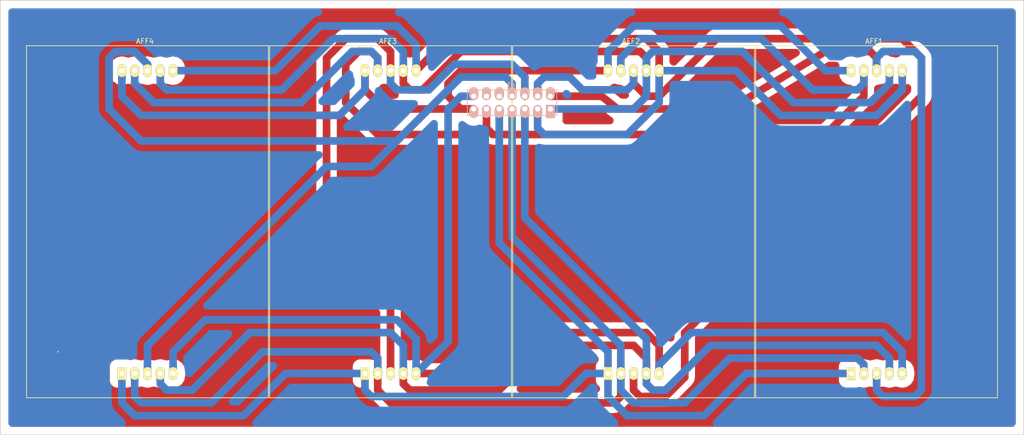
<source format=kicad_pcb>
(kicad_pcb (version 3) (host pcbnew "(2013-mar-13)-testing")

  (general
    (links 40)
    (no_connects 0)
    (area 35.484999 21.514999 238.835001 108.025001)
    (thickness 1.6)
    (drawings 5)
    (tracks 236)
    (zones 0)
    (modules 5)
    (nets 15)
  )

  (page A4)
  (title_block
    (title 7segled)
    (date "23 Nov 2013")
  )

  (layers
    (15 F.Cu signal)
    (0 B.Cu signal)
    (16 B.Adhes user)
    (17 F.Adhes user)
    (18 B.Paste user)
    (19 F.Paste user)
    (20 B.SilkS user)
    (21 F.SilkS user)
    (22 B.Mask user)
    (23 F.Mask user)
    (24 Dwgs.User user)
    (25 Cmts.User user)
    (26 Eco1.User user)
    (27 Eco2.User user)
    (28 Edge.Cuts user)
  )

  (setup
    (last_trace_width 1.524)
    (trace_clearance 0.762)
    (zone_clearance 1.524)
    (zone_45_only no)
    (trace_min 0.254)
    (segment_width 0.2)
    (edge_width 0.15)
    (via_size 2.032)
    (via_drill 0.889)
    (via_min_size 0.889)
    (via_min_drill 0.508)
    (uvia_size 0.508)
    (uvia_drill 0.127)
    (uvias_allowed no)
    (uvia_min_size 0.508)
    (uvia_min_drill 0.127)
    (pcb_text_width 0.3)
    (pcb_text_size 1 1)
    (mod_edge_width 0.15)
    (mod_text_size 1 1)
    (mod_text_width 0.15)
    (pad_size 1.778 2.54)
    (pad_drill 1.016)
    (pad_to_mask_clearance 0)
    (aux_axis_origin 25.4 113.03)
    (visible_elements FFFFEF7F)
    (pcbplotparams
      (layerselection 283148289)
      (usegerberextensions true)
      (excludeedgelayer false)
      (linewidth 0.150000)
      (plotframeref true)
      (viasonmask false)
      (mode 1)
      (useauxorigin false)
      (hpglpennumber 1)
      (hpglpenspeed 20)
      (hpglpendiameter 15)
      (hpglpenoverlay 2)
      (psnegative false)
      (psa4output false)
      (plotreference true)
      (plotvalue true)
      (plotothertext false)
      (plotinvisibletext false)
      (padsonsilk false)
      (subtractmaskfromsilk true)
      (outputformat 1)
      (mirror false)
      (drillshape 0)
      (scaleselection 1)
      (outputdirectory gerber/))
  )

  (net 0 "")
  (net 1 /a)
  (net 2 /b)
  (net 3 /bank1)
  (net 4 /bank2)
  (net 5 /bank3)
  (net 6 /bank4)
  (net 7 /c)
  (net 8 /d)
  (net 9 /e)
  (net 10 /f)
  (net 11 /g)
  (net 12 /p)
  (net 13 N-000001)
  (net 14 N-0000014)

  (net_class Default "This is the default net class."
    (clearance 0.762)
    (trace_width 1.524)
    (via_dia 2.032)
    (via_drill 0.889)
    (uvia_dia 0.508)
    (uvia_drill 0.127)
    (add_net "")
    (add_net /a)
    (add_net /b)
    (add_net /bank1)
    (add_net /bank2)
    (add_net /bank3)
    (add_net /bank4)
    (add_net /c)
    (add_net /d)
    (add_net /e)
    (add_net /f)
    (add_net /g)
    (add_net /p)
    (add_net N-000001)
    (add_net N-0000014)
  )

  (module sc23-kingbright   locked (layer F.Cu) (tedit 5320D61E) (tstamp 5290FE2A)
    (at 204.47 35.56)
    (path /5290DCE3)
    (fp_text reference AFF1 (at 4.572 -5.842) (layer F.SilkS)
      (effects (font (size 1 1) (thickness 0.15)))
    )
    (fp_text value 7SEGMENTLED (at 5.842 8.89) (layer F.SilkS) hide
      (effects (font (size 1 1) (thickness 0.15)))
    )
    (fp_line (start 29.083 65.024) (end 29.083 -4.953) (layer F.SilkS) (width 0.15))
    (fp_line (start -18.923 65.024) (end -18.923 -4.953) (layer F.SilkS) (width 0.15))
    (fp_line (start -18.923 65.024) (end 29.083 65.024) (layer F.SilkS) (width 0.15))
    (fp_line (start -18.923 -4.953) (end 29.083 -4.953) (layer F.SilkS) (width 0.15))
    (pad 10 thru_hole oval (at 0 0) (size 1.778 2.54) (drill 1.016)
      (layers *.Cu *.Mask F.SilkS)
      (net 11 /g)
    )
    (pad 9 thru_hole oval (at 2.54 0) (size 1.778 2.54) (drill 1.016)
      (layers *.Cu *.Mask F.SilkS)
      (net 10 /f)
    )
    (pad 8 thru_hole oval (at 5.08 0) (size 1.778 2.54) (drill 1.016)
      (layers *.Cu *.Mask F.SilkS)
      (net 3 /bank1)
    )
    (pad 7 thru_hole oval (at 7.62 0) (size 1.778 2.54) (drill 1.016)
      (layers *.Cu *.Mask F.SilkS)
      (net 1 /a)
    )
    (pad 6 thru_hole oval (at 10.16 0) (size 1.778 2.54) (drill 1.016)
      (layers *.Cu *.Mask F.SilkS)
      (net 2 /b)
    )
    (pad 1 thru_hole rect (at 0 60.198) (size 1.778 2.54) (drill 1.016)
      (layers *.Cu *.Mask F.SilkS)
      (net 9 /e)
    )
    (pad 2 thru_hole oval (at 2.54 60.198) (size 1.778 2.54) (drill 1.016)
      (layers *.Cu *.Mask F.SilkS)
      (net 8 /d)
    )
    (pad 3 thru_hole oval (at 5.08 60.198) (size 1.778 2.54) (drill 1.016)
      (layers *.Cu *.Mask F.SilkS)
      (net 3 /bank1)
    )
    (pad 4 thru_hole oval (at 7.62 60.198) (size 1.778 2.54) (drill 1.016)
      (layers *.Cu *.Mask F.SilkS)
      (net 7 /c)
    )
    (pad 5 thru_hole oval (at 10.16 60.198) (size 1.778 2.54) (drill 1.016)
      (layers *.Cu *.Mask F.SilkS)
      (net 12 /p)
    )
  )

  (module sc23-kingbright   locked (layer F.Cu) (tedit 5320D61E) (tstamp 5290FE60)
    (at 59.69 35.56)
    (path /5290DDAA)
    (fp_text reference AFF4 (at 4.572 -5.842) (layer F.SilkS)
      (effects (font (size 1 1) (thickness 0.15)))
    )
    (fp_text value 7SEGMENTLED (at 5.842 8.89) (layer F.SilkS) hide
      (effects (font (size 1 1) (thickness 0.15)))
    )
    (fp_line (start 29.083 65.024) (end 29.083 -4.953) (layer F.SilkS) (width 0.15))
    (fp_line (start -18.923 65.024) (end -18.923 -4.953) (layer F.SilkS) (width 0.15))
    (fp_line (start -18.923 65.024) (end 29.083 65.024) (layer F.SilkS) (width 0.15))
    (fp_line (start -18.923 -4.953) (end 29.083 -4.953) (layer F.SilkS) (width 0.15))
    (pad 10 thru_hole oval (at 0 0) (size 1.778 2.54) (drill 1.016)
      (layers *.Cu *.Mask F.SilkS)
      (net 11 /g)
    )
    (pad 9 thru_hole oval (at 2.54 0) (size 1.778 2.54) (drill 1.016)
      (layers *.Cu *.Mask F.SilkS)
      (net 10 /f)
    )
    (pad 8 thru_hole oval (at 5.08 0) (size 1.778 2.54) (drill 1.016)
      (layers *.Cu *.Mask F.SilkS)
      (net 6 /bank4)
    )
    (pad 7 thru_hole oval (at 7.62 0) (size 1.778 2.54) (drill 1.016)
      (layers *.Cu *.Mask F.SilkS)
      (net 1 /a)
    )
    (pad 6 thru_hole oval (at 10.16 0) (size 1.778 2.54) (drill 1.016)
      (layers *.Cu *.Mask F.SilkS)
      (net 2 /b)
    )
    (pad 1 thru_hole rect (at 0 60.198) (size 1.778 2.54) (drill 1.016)
      (layers *.Cu *.Mask F.SilkS)
      (net 9 /e)
    )
    (pad 2 thru_hole oval (at 2.54 60.198) (size 1.778 2.54) (drill 1.016)
      (layers *.Cu *.Mask F.SilkS)
      (net 8 /d)
    )
    (pad 3 thru_hole oval (at 5.08 60.198) (size 1.778 2.54) (drill 1.016)
      (layers *.Cu *.Mask F.SilkS)
      (net 6 /bank4)
    )
    (pad 4 thru_hole oval (at 7.62 60.198) (size 1.778 2.54) (drill 1.016)
      (layers *.Cu *.Mask F.SilkS)
      (net 7 /c)
    )
    (pad 5 thru_hole oval (at 10.16 60.198) (size 1.778 2.54) (drill 1.016)
      (layers *.Cu *.Mask F.SilkS)
      (net 12 /p)
    )
  )

  (module sc23-kingbright   locked (layer F.Cu) (tedit 5320D61E) (tstamp 5290FE4E)
    (at 107.95 35.56)
    (path /5290DD9B)
    (fp_text reference AFF3 (at 4.572 -5.842) (layer F.SilkS)
      (effects (font (size 1 1) (thickness 0.15)))
    )
    (fp_text value 7SEGMENTLED (at 5.842 8.89) (layer F.SilkS) hide
      (effects (font (size 1 1) (thickness 0.15)))
    )
    (fp_line (start 29.083 65.024) (end 29.083 -4.953) (layer F.SilkS) (width 0.15))
    (fp_line (start -18.923 65.024) (end -18.923 -4.953) (layer F.SilkS) (width 0.15))
    (fp_line (start -18.923 65.024) (end 29.083 65.024) (layer F.SilkS) (width 0.15))
    (fp_line (start -18.923 -4.953) (end 29.083 -4.953) (layer F.SilkS) (width 0.15))
    (pad 10 thru_hole oval (at 0 0) (size 1.778 2.54) (drill 1.016)
      (layers *.Cu *.Mask F.SilkS)
      (net 11 /g)
    )
    (pad 9 thru_hole oval (at 2.54 0) (size 1.778 2.54) (drill 1.016)
      (layers *.Cu *.Mask F.SilkS)
      (net 10 /f)
    )
    (pad 8 thru_hole oval (at 5.08 0) (size 1.778 2.54) (drill 1.016)
      (layers *.Cu *.Mask F.SilkS)
      (net 5 /bank3)
    )
    (pad 7 thru_hole oval (at 7.62 0) (size 1.778 2.54) (drill 1.016)
      (layers *.Cu *.Mask F.SilkS)
      (net 1 /a)
    )
    (pad 6 thru_hole oval (at 10.16 0) (size 1.778 2.54) (drill 1.016)
      (layers *.Cu *.Mask F.SilkS)
      (net 2 /b)
    )
    (pad 1 thru_hole rect (at 0 60.198) (size 1.778 2.54) (drill 1.016)
      (layers *.Cu *.Mask F.SilkS)
      (net 9 /e)
    )
    (pad 2 thru_hole oval (at 2.54 60.198) (size 1.778 2.54) (drill 1.016)
      (layers *.Cu *.Mask F.SilkS)
      (net 8 /d)
    )
    (pad 3 thru_hole oval (at 5.08 60.198) (size 1.778 2.54) (drill 1.016)
      (layers *.Cu *.Mask F.SilkS)
      (net 5 /bank3)
    )
    (pad 4 thru_hole oval (at 7.62 60.198) (size 1.778 2.54) (drill 1.016)
      (layers *.Cu *.Mask F.SilkS)
      (net 7 /c)
    )
    (pad 5 thru_hole oval (at 10.16 60.198) (size 1.778 2.54) (drill 1.016)
      (layers *.Cu *.Mask F.SilkS)
      (net 12 /p)
    )
  )

  (module sc23-kingbright   locked (layer F.Cu) (tedit 5320D61E) (tstamp 531E1DB1)
    (at 156.21 35.56)
    (path /5290DD8C)
    (fp_text reference AFF2 (at 4.572 -5.842) (layer F.SilkS)
      (effects (font (size 1 1) (thickness 0.15)))
    )
    (fp_text value 7SEGMENTLED (at 5.842 8.89) (layer F.SilkS) hide
      (effects (font (size 1 1) (thickness 0.15)))
    )
    (fp_line (start 29.083 65.024) (end 29.083 -4.953) (layer F.SilkS) (width 0.15))
    (fp_line (start -18.923 65.024) (end -18.923 -4.953) (layer F.SilkS) (width 0.15))
    (fp_line (start -18.923 65.024) (end 29.083 65.024) (layer F.SilkS) (width 0.15))
    (fp_line (start -18.923 -4.953) (end 29.083 -4.953) (layer F.SilkS) (width 0.15))
    (pad 10 thru_hole oval (at 0 0) (size 1.778 2.54) (drill 1.016)
      (layers *.Cu *.Mask F.SilkS)
      (net 11 /g)
    )
    (pad 9 thru_hole oval (at 2.54 0) (size 1.778 2.54) (drill 1.016)
      (layers *.Cu *.Mask F.SilkS)
      (net 10 /f)
    )
    (pad 8 thru_hole oval (at 5.08 0) (size 1.778 2.54) (drill 1.016)
      (layers *.Cu *.Mask F.SilkS)
      (net 4 /bank2)
    )
    (pad 7 thru_hole oval (at 7.62 0) (size 1.778 2.54) (drill 1.016)
      (layers *.Cu *.Mask F.SilkS)
      (net 1 /a)
    )
    (pad 6 thru_hole oval (at 10.16 0) (size 1.778 2.54) (drill 1.016)
      (layers *.Cu *.Mask F.SilkS)
      (net 2 /b)
    )
    (pad 1 thru_hole rect (at 0 60.198) (size 1.778 2.54) (drill 1.016)
      (layers *.Cu *.Mask F.SilkS)
      (net 9 /e)
    )
    (pad 2 thru_hole oval (at 2.54 60.198) (size 1.778 2.54) (drill 1.016)
      (layers *.Cu *.Mask F.SilkS)
      (net 8 /d)
    )
    (pad 3 thru_hole oval (at 5.08 60.198) (size 1.778 2.54) (drill 1.016)
      (layers *.Cu *.Mask F.SilkS)
      (net 4 /bank2)
    )
    (pad 4 thru_hole oval (at 7.62 60.198) (size 1.778 2.54) (drill 1.016)
      (layers *.Cu *.Mask F.SilkS)
      (net 7 /c)
    )
    (pad 5 thru_hole oval (at 10.16 60.198) (size 1.778 2.54) (drill 1.016)
      (layers *.Cu *.Mask F.SilkS)
      (net 12 /p)
    )
  )

  (module header2x7 (layer B.Cu) (tedit 5320D79C) (tstamp 531E1E48)
    (at 144.78 40.64 180)
    (path /5290DD7D)
    (fp_text reference x1 (at 7.874 2.286 180) (layer B.SilkS)
      (effects (font (size 1 1) (thickness 0.15)) (justify mirror))
    )
    (fp_text value HEADER2X7 (at 8.382 -6.096 180) (layer B.SilkS) hide
      (effects (font (size 1 1) (thickness 0.15)) (justify mirror))
    )
    (fp_line (start -1.27 1.27) (end 16.51 1.27) (layer B.SilkS) (width 0.15))
    (fp_line (start 16.51 1.27) (end 16.51 -3.81) (layer B.SilkS) (width 0.15))
    (fp_line (start 16.51 -3.81) (end -1.27 -3.81) (layer B.SilkS) (width 0.15))
    (fp_line (start -1.27 -3.81) (end -1.27 1.27) (layer B.SilkS) (width 0.15))
    (pad 1 thru_hole rect (at 0 -2.54 180) (size 1.778 2.54) (drill 1.016 (offset 0 -0.508))
      (layers *.Cu *.Mask B.SilkS)
      (net 1 /a)
    )
    (pad 3 thru_hole oval (at 2.54 -2.54 180) (size 1.778 2.54) (drill 1.016 (offset 0 -0.508))
      (layers *.Cu *.Mask B.SilkS)
      (net 2 /b)
    )
    (pad 5 thru_hole oval (at 5.08 -2.54 180) (size 1.778 2.54) (drill 1.016 (offset 0 -0.508))
      (layers *.Cu *.Mask B.SilkS)
      (net 7 /c)
    )
    (pad 7 thru_hole oval (at 7.62 -2.54 180) (size 1.778 2.54) (drill 1.016 (offset 0 -0.508))
      (layers *.Cu *.Mask B.SilkS)
      (net 8 /d)
    )
    (pad 9 thru_hole oval (at 10.16 -2.54 180) (size 1.778 2.54) (drill 1.016 (offset 0 -0.508))
      (layers *.Cu *.Mask B.SilkS)
      (net 9 /e)
    )
    (pad 11 thru_hole oval (at 12.7 -2.54 180) (size 1.778 2.54) (drill 1.016 (offset 0 -0.508))
      (layers *.Cu *.Mask B.SilkS)
      (net 10 /f)
    )
    (pad 13 thru_hole oval (at 15.24 -2.54 180) (size 1.778 2.54) (drill 1.016 (offset 0 -0.508))
      (layers *.Cu *.Mask B.SilkS)
      (net 11 /g)
    )
    (pad 14 thru_hole oval (at 15.24 0 180) (size 1.778 2.54) (drill 1.016 (offset 0 0.508))
      (layers *.Cu *.Mask B.SilkS)
      (net 12 /p)
    )
    (pad 12 thru_hole oval (at 12.7 0 180) (size 1.778 2.54) (drill 1.016 (offset 0 0.508))
      (layers *.Cu *.Mask B.SilkS)
      (net 14 N-0000014)
    )
    (pad 10 thru_hole oval (at 10.16 0 180) (size 1.778 2.54) (drill 1.016 (offset 0 0.508))
      (layers *.Cu *.Mask B.SilkS)
      (net 13 N-000001)
    )
    (pad 8 thru_hole oval (at 7.62 0 180) (size 1.778 2.54) (drill 1.016 (offset 0 0.508))
      (layers *.Cu *.Mask B.SilkS)
      (net 6 /bank4)
    )
    (pad 6 thru_hole oval (at 5.08 0 180) (size 1.778 2.54) (drill 1.016 (offset 0 0.508))
      (layers *.Cu *.Mask B.SilkS)
      (net 5 /bank3)
    )
    (pad 4 thru_hole oval (at 2.54 0 180) (size 1.778 2.54) (drill 1.016 (offset 0 0.508))
      (layers *.Cu *.Mask B.SilkS)
      (net 4 /bank2)
    )
    (pad 2 thru_hole oval (at 0 0 180) (size 1.778 2.54) (drill 1.016 (offset 0 0.508))
      (layers *.Cu *.Mask B.SilkS)
      (net 3 /bank1)
    )
  )

  (gr_line (start 238.76 107.95) (end 238.76 21.59) (angle 90) (layer Edge.Cuts) (width 0.15))
  (gr_line (start 35.56 107.95) (end 35.56 21.59) (angle 90) (layer Edge.Cuts) (width 0.15))
  (gr_line (start 238.76 107.95) (end 35.56 107.95) (angle 90) (layer Edge.Cuts) (width 0.15))
  (gr_line (start 35.56 21.59) (end 238.76 21.59) (angle 90) (layer Edge.Cuts) (width 0.15))
  (target plus (at 46.99 91.44) (size 0.005) (width 0.15) (layer Edge.Cuts))

  (segment (start 144.78 43.18) (end 161.29 43.18) (width 1.524) (layer B.Cu) (net 1) (status 10))
  (segment (start 163.83 40.64) (end 163.83 35.56) (width 1.524) (layer B.Cu) (net 1) (tstamp 531E27A5) (status 20))
  (segment (start 161.29 43.18) (end 163.83 40.64) (width 1.524) (layer B.Cu) (net 1) (tstamp 531E27A0))
  (segment (start 163.83 35.56) (end 163.83 33.02) (width 1.524) (layer F.Cu) (net 1) (status 10))
  (segment (start 115.57 38.1) (end 115.57 35.56) (width 1.524) (layer F.Cu) (net 1) (tstamp 5291241C) (status 20))
  (segment (start 116.84 39.37) (end 115.57 38.1) (width 1.524) (layer F.Cu) (net 1) (tstamp 52912418))
  (segment (start 119.38 39.37) (end 116.84 39.37) (width 1.524) (layer F.Cu) (net 1) (tstamp 52912416))
  (segment (start 127 31.75) (end 119.38 39.37) (width 1.524) (layer F.Cu) (net 1) (tstamp 5291240D))
  (segment (start 162.56 31.75) (end 127 31.75) (width 1.524) (layer F.Cu) (net 1) (tstamp 5291240C))
  (segment (start 163.83 33.02) (end 162.56 31.75) (width 1.524) (layer F.Cu) (net 1) (tstamp 52912408))
  (segment (start 163.83 35.56) (end 163.83 33.02) (width 1.524) (layer B.Cu) (net 1) (status 10))
  (segment (start 212.09 38.1) (end 212.09 35.56) (width 1.524) (layer B.Cu) (net 1) (tstamp 529120FA) (status 20))
  (segment (start 208.28 41.91) (end 212.09 38.1) (width 1.524) (layer B.Cu) (net 1) (tstamp 529120F9))
  (segment (start 193.04 41.91) (end 208.28 41.91) (width 1.524) (layer B.Cu) (net 1) (tstamp 529120F4))
  (segment (start 182.88 31.75) (end 193.04 41.91) (width 1.524) (layer B.Cu) (net 1) (tstamp 529120EF))
  (segment (start 165.1 31.75) (end 182.88 31.75) (width 1.524) (layer B.Cu) (net 1) (tstamp 529120EE))
  (segment (start 163.83 33.02) (end 165.1 31.75) (width 1.524) (layer B.Cu) (net 1) (tstamp 529120EC))
  (segment (start 67.31 35.56) (end 67.31 38.1) (width 1.524) (layer B.Cu) (net 1) (status 10))
  (segment (start 67.31 38.1) (end 68.58 39.37) (width 1.524) (layer B.Cu) (net 1) (tstamp 52911EB4))
  (segment (start 68.58 39.37) (end 91.44 39.37) (width 1.524) (layer B.Cu) (net 1) (tstamp 52911EB5))
  (segment (start 91.44 39.37) (end 101.6 29.21) (width 1.524) (layer B.Cu) (net 1) (tstamp 52911EB7))
  (segment (start 101.6 29.21) (end 113.03 29.21) (width 1.524) (layer B.Cu) (net 1) (tstamp 52911EBE))
  (segment (start 113.03 29.21) (end 115.57 31.75) (width 1.524) (layer B.Cu) (net 1) (tstamp 52911EC1))
  (segment (start 115.57 31.75) (end 115.57 35.56) (width 1.524) (layer B.Cu) (net 1) (tstamp 52911EC3) (status 20))
  (segment (start 142.24 43.18) (end 142.24 46.99) (width 1.524) (layer B.Cu) (net 2) (status 10))
  (segment (start 166.37 41.91) (end 166.37 35.56) (width 1.524) (layer B.Cu) (net 2) (tstamp 531E27C3) (status 20))
  (segment (start 160.02 48.26) (end 166.37 41.91) (width 1.524) (layer B.Cu) (net 2) (tstamp 531E27BC))
  (segment (start 143.51 48.26) (end 160.02 48.26) (width 1.524) (layer B.Cu) (net 2) (tstamp 531E27BB))
  (segment (start 142.24 46.99) (end 143.51 48.26) (width 1.524) (layer B.Cu) (net 2) (tstamp 531E27B9))
  (segment (start 166.37 35.56) (end 166.37 31.75) (width 1.524) (layer F.Cu) (net 2) (status 10))
  (segment (start 124.46 29.21) (end 118.11 35.56) (width 1.524) (layer F.Cu) (net 2) (tstamp 529123F5) (status 20))
  (segment (start 163.83 29.21) (end 124.46 29.21) (width 1.524) (layer F.Cu) (net 2) (tstamp 529123E8))
  (segment (start 166.37 31.75) (end 163.83 29.21) (width 1.524) (layer F.Cu) (net 2) (tstamp 529123E4))
  (segment (start 166.37 35.56) (end 181.61 35.56) (width 1.524) (layer B.Cu) (net 2) (status 10))
  (segment (start 214.63 39.37) (end 214.63 35.56) (width 1.524) (layer B.Cu) (net 2) (tstamp 529120E3) (status 20))
  (segment (start 209.55 44.45) (end 214.63 39.37) (width 1.524) (layer B.Cu) (net 2) (tstamp 529120E2))
  (segment (start 190.5 44.45) (end 209.55 44.45) (width 1.524) (layer B.Cu) (net 2) (tstamp 529120E0))
  (segment (start 181.61 35.56) (end 190.5 44.45) (width 1.524) (layer B.Cu) (net 2) (tstamp 529120D8))
  (segment (start 69.85 35.56) (end 90.17 35.56) (width 1.524) (layer B.Cu) (net 2) (status 10))
  (segment (start 90.17 35.56) (end 99.06 26.67) (width 1.524) (layer B.Cu) (net 2) (tstamp 52911ECB))
  (segment (start 99.06 26.67) (end 114.3 26.67) (width 1.524) (layer B.Cu) (net 2) (tstamp 52911ECD))
  (segment (start 114.3 26.67) (end 118.11 30.48) (width 1.524) (layer B.Cu) (net 2) (tstamp 52911ECF))
  (segment (start 118.11 30.48) (end 118.11 35.56) (width 1.524) (layer B.Cu) (net 2) (tstamp 52911ED1) (status 20))
  (segment (start 180.34 43.18) (end 158.115001 43.18) (width 1.524) (layer F.Cu) (net 3))
  (segment (start 209.55 35.56) (end 209.55 33.02) (width 1.524) (layer F.Cu) (net 3) (tstamp 5291349F) (status 10))
  (segment (start 208.28 31.75) (end 209.55 33.02) (width 1.524) (layer F.Cu) (net 3) (tstamp 52913498))
  (segment (start 199.39 31.75) (end 208.28 31.75) (width 1.524) (layer F.Cu) (net 3) (tstamp 52913496))
  (segment (start 180.34 43.18) (end 199.39 31.75) (width 1.524) (layer F.Cu) (net 3) (tstamp 52913490))
  (segment (start 154.94 40.64) (end 144.78 40.64) (width 1.524) (layer F.Cu) (net 3) (tstamp 531E24EA) (status 20))
  (segment (start 158.115001 43.18) (end 154.94 40.64) (width 1.524) (layer F.Cu) (net 3) (tstamp 531E24E9))
  (segment (start 209.55 35.56) (end 209.55 33.02) (width 1.524) (layer B.Cu) (net 3) (status 10))
  (segment (start 209.55 99.06) (end 209.55 95.758) (width 1.524) (layer B.Cu) (net 3) (tstamp 52913475) (status 20))
  (segment (start 210.82 100.33) (end 209.55 99.06) (width 1.524) (layer B.Cu) (net 3) (tstamp 52913463))
  (segment (start 217.17 100.33) (end 210.82 100.33) (width 1.524) (layer B.Cu) (net 3) (tstamp 52913460))
  (segment (start 218.44 99.06) (end 217.17 100.33) (width 1.524) (layer B.Cu) (net 3) (tstamp 5291345B))
  (segment (start 218.44 33.02) (end 218.44 99.06) (width 1.524) (layer B.Cu) (net 3) (tstamp 52913458))
  (segment (start 217.17 31.75) (end 218.44 33.02) (width 1.524) (layer B.Cu) (net 3) (tstamp 52913455))
  (segment (start 210.82 31.75) (end 217.17 31.75) (width 1.524) (layer B.Cu) (net 3) (tstamp 52913454))
  (segment (start 209.55 33.02) (end 210.82 31.75) (width 1.524) (layer B.Cu) (net 3) (tstamp 5291344C))
  (segment (start 142.24 40.64) (end 142.24 38.1) (width 1.524) (layer B.Cu) (net 4) (status 10))
  (segment (start 161.29 38.1) (end 161.29 35.56) (width 1.524) (layer B.Cu) (net 4) (tstamp 531E26DA) (status 20))
  (segment (start 160.02 39.37) (end 161.29 38.1) (width 1.524) (layer B.Cu) (net 4) (tstamp 531E26D8))
  (segment (start 151.13 39.37) (end 160.02 39.37) (width 1.524) (layer B.Cu) (net 4) (tstamp 531E26D5))
  (segment (start 148.59 36.83) (end 151.13 39.37) (width 1.524) (layer B.Cu) (net 4) (tstamp 531E26D1))
  (segment (start 143.51 36.83) (end 148.59 36.83) (width 1.524) (layer B.Cu) (net 4) (tstamp 531E26D0))
  (segment (start 142.24 38.1) (end 143.51 36.83) (width 1.524) (layer B.Cu) (net 4) (tstamp 531E26CE))
  (segment (start 177.8 29.21) (end 166.37 40.64) (width 1.524) (layer F.Cu) (net 4) (tstamp 52913667))
  (segment (start 214.63 29.21) (end 177.8 29.21) (width 1.524) (layer F.Cu) (net 4) (tstamp 52913664))
  (segment (start 218.44 33.02) (end 214.63 29.21) (width 1.524) (layer F.Cu) (net 4) (tstamp 52913662))
  (segment (start 218.44 40.64) (end 218.44 33.02) (width 1.524) (layer F.Cu) (net 4) (tstamp 52913660))
  (segment (start 171.45 87.63) (end 218.44 40.64) (width 1.524) (layer F.Cu) (net 4) (tstamp 52913602))
  (segment (start 171.45 96.52) (end 171.45 87.63) (width 1.524) (layer F.Cu) (net 4) (tstamp 529135FB))
  (segment (start 167.64 100.33) (end 171.45 96.52) (width 1.524) (layer F.Cu) (net 4) (tstamp 529135FA))
  (segment (start 162.56 100.33) (end 167.64 100.33) (width 1.524) (layer F.Cu) (net 4) (tstamp 529135F9))
  (segment (start 161.29 95.758) (end 161.29 99.06) (width 1.524) (layer F.Cu) (net 4) (status 10))
  (segment (start 161.29 38.1) (end 161.29 35.56) (width 1.524) (layer F.Cu) (net 4) (tstamp 5291366C) (status 20))
  (segment (start 163.83 40.64) (end 161.29 38.1) (width 1.524) (layer F.Cu) (net 4) (tstamp 5291366B))
  (segment (start 166.37 40.64) (end 163.83 40.64) (width 1.524) (layer F.Cu) (net 4) (tstamp 5291366A))
  (segment (start 161.29 99.06) (end 162.56 100.33) (width 1.524) (layer F.Cu) (net 4) (tstamp 529135F7))
  (segment (start 139.7 40.64) (end 139.7 36.83) (width 1.524) (layer B.Cu) (net 5) (status 10))
  (segment (start 113.03 38.1) (end 113.03 35.56) (width 1.524) (layer B.Cu) (net 5) (tstamp 531E26B4) (status 20))
  (segment (start 114.3 39.37) (end 113.03 38.1) (width 1.524) (layer B.Cu) (net 5) (tstamp 531E26B2))
  (segment (start 120.65 39.37) (end 114.3 39.37) (width 1.524) (layer B.Cu) (net 5) (tstamp 531E26AE))
  (segment (start 125.73 34.29) (end 120.65 39.37) (width 1.524) (layer B.Cu) (net 5) (tstamp 531E26AA))
  (segment (start 137.16 34.29) (end 125.73 34.29) (width 1.524) (layer B.Cu) (net 5) (tstamp 531E26A8))
  (segment (start 139.7 36.83) (end 137.16 34.29) (width 1.524) (layer B.Cu) (net 5) (tstamp 531E26A1))
  (segment (start 113.03 35.56) (end 113.03 31.75) (width 1.524) (layer F.Cu) (net 5) (status 10))
  (segment (start 113.03 82.55) (end 113.03 95.758) (width 1.524) (layer F.Cu) (net 5) (tstamp 52912AD4) (status 20))
  (segment (start 100.33 69.85) (end 113.03 82.55) (width 1.524) (layer F.Cu) (net 5) (tstamp 52912AD1))
  (segment (start 100.33 33.02) (end 100.33 69.85) (width 1.524) (layer F.Cu) (net 5) (tstamp 52912AC9))
  (segment (start 104.14 29.21) (end 100.33 33.02) (width 1.524) (layer F.Cu) (net 5) (tstamp 52912AC6))
  (segment (start 110.49 29.21) (end 104.14 29.21) (width 1.524) (layer F.Cu) (net 5) (tstamp 52912AC4))
  (segment (start 113.03 31.75) (end 110.49 29.21) (width 1.524) (layer F.Cu) (net 5) (tstamp 52912AC2))
  (segment (start 64.77 95.758) (end 64.77 90.17) (width 1.524) (layer B.Cu) (net 6) (status 10))
  (segment (start 64.77 90.17) (end 100.33 54.61) (width 1.524) (layer B.Cu) (net 6) (tstamp 531E3198))
  (segment (start 100.33 54.61) (end 109.22 54.61) (width 1.524) (layer B.Cu) (net 6) (tstamp 531E31A0))
  (segment (start 109.22 54.61) (end 114.3 49.53) (width 1.524) (layer B.Cu) (net 6) (tstamp 531E31A6))
  (segment (start 127 36.83) (end 114.3 49.53) (width 1.524) (layer B.Cu) (net 6))
  (segment (start 63.5 49.53) (end 114.3 49.53) (width 1.524) (layer B.Cu) (net 6) (tstamp 529129DD))
  (segment (start 63.5 49.53) (end 57.15 43.18) (width 1.524) (layer B.Cu) (net 6) (tstamp 529129E2))
  (segment (start 57.15 43.18) (end 57.15 33.02) (width 1.524) (layer B.Cu) (net 6) (tstamp 529129E4))
  (segment (start 57.15 33.02) (end 58.42 31.75) (width 1.524) (layer B.Cu) (net 6) (tstamp 529129E7))
  (segment (start 58.42 31.75) (end 62.23 31.75) (width 1.524) (layer B.Cu) (net 6) (tstamp 529129E8))
  (segment (start 62.23 31.75) (end 64.77 34.29) (width 1.524) (layer B.Cu) (net 6) (tstamp 529129EB) (status 20))
  (segment (start 64.77 34.29) (end 64.77 35.56) (width 1.524) (layer B.Cu) (net 6) (tstamp 529129ED) (status 30))
  (segment (start 137.16 38.1) (end 135.89 36.83) (width 1.524) (layer B.Cu) (net 6) (tstamp 531E2635))
  (segment (start 135.89 36.83) (end 127 36.83) (width 1.524) (layer B.Cu) (net 6) (tstamp 531E2648))
  (segment (start 137.16 38.1) (end 137.16 40.64) (width 1.524) (layer B.Cu) (net 6) (status 20))
  (segment (start 139.7 43.18) (end 139.7 64.77) (width 1.524) (layer B.Cu) (net 7) (status 10))
  (segment (start 163.83 88.9) (end 163.83 95.758) (width 1.524) (layer B.Cu) (net 7) (tstamp 531E2834) (status 20))
  (segment (start 139.7 64.77) (end 163.83 88.9) (width 1.524) (layer B.Cu) (net 7) (tstamp 531E282A))
  (segment (start 163.83 95.758) (end 163.83 92.71) (width 1.524) (layer F.Cu) (net 7) (status 10))
  (segment (start 115.57 97.79) (end 115.57 95.758) (width 1.524) (layer F.Cu) (net 7) (tstamp 52912688) (status 20))
  (segment (start 116.84 99.06) (end 115.57 97.79) (width 1.524) (layer F.Cu) (net 7) (tstamp 52912687))
  (segment (start 134.62 99.06) (end 116.84 99.06) (width 1.524) (layer F.Cu) (net 7) (tstamp 52912682))
  (segment (start 143.51 90.17) (end 134.62 99.06) (width 1.524) (layer F.Cu) (net 7) (tstamp 5291267E))
  (segment (start 161.29 90.17) (end 143.51 90.17) (width 1.524) (layer F.Cu) (net 7) (tstamp 52912673))
  (segment (start 163.83 92.71) (end 161.29 90.17) (width 1.524) (layer F.Cu) (net 7) (tstamp 52912670))
  (segment (start 73.66 99.06) (end 68.58 99.06) (width 1.524) (layer B.Cu) (net 7))
  (segment (start 68.58 99.06) (end 67.31 97.79) (width 1.524) (layer B.Cu) (net 7) (tstamp 52911C01))
  (segment (start 67.31 97.79) (end 67.31 95.758) (width 1.524) (layer B.Cu) (net 7) (tstamp 52911C0B) (status 20))
  (segment (start 115.57 95.758) (end 115.57 90.17) (width 1.524) (layer B.Cu) (net 7) (tstamp 52911BD1) (status 10))
  (segment (start 113.03 87.63) (end 115.57 90.17) (width 1.524) (layer B.Cu) (net 7) (tstamp 52911BD0))
  (segment (start 85.09 87.63) (end 113.03 87.63) (width 1.524) (layer B.Cu) (net 7) (tstamp 52911BCC))
  (segment (start 73.66 99.06) (end 85.09 87.63) (width 1.524) (layer B.Cu) (net 7) (tstamp 52911BC9))
  (segment (start 212.09 95.758) (end 212.09 92.71) (width 1.524) (layer B.Cu) (net 7) (status 10))
  (segment (start 163.83 97.79) (end 163.83 95.758) (width 1.524) (layer B.Cu) (net 7) (tstamp 52911987) (status 20))
  (segment (start 165.1 99.06) (end 163.83 97.79) (width 1.524) (layer B.Cu) (net 7) (tstamp 52911985))
  (segment (start 167.64 99.06) (end 165.1 99.06) (width 1.524) (layer B.Cu) (net 7) (tstamp 52911983))
  (segment (start 176.53 90.17) (end 167.64 99.06) (width 1.524) (layer B.Cu) (net 7) (tstamp 52911980))
  (segment (start 209.55 90.17) (end 176.53 90.17) (width 1.524) (layer B.Cu) (net 7) (tstamp 5291197E))
  (segment (start 212.09 92.71) (end 209.55 90.17) (width 1.524) (layer B.Cu) (net 7) (tstamp 5291197D))
  (segment (start 158.75 95.758) (end 158.75 90.17) (width 1.524) (layer B.Cu) (net 8) (status 10))
  (segment (start 137.16 68.58) (end 137.16 43.18) (width 1.524) (layer B.Cu) (net 8) (tstamp 531E2810) (status 20))
  (segment (start 158.75 90.17) (end 137.16 68.58) (width 1.524) (layer B.Cu) (net 8) (tstamp 531E280E))
  (segment (start 158.75 95.758) (end 158.75 100.33) (width 1.524) (layer F.Cu) (net 8) (status 10))
  (segment (start 110.49 99.06) (end 110.49 95.758) (width 1.524) (layer F.Cu) (net 8) (tstamp 52912613) (status 20))
  (segment (start 113.03 101.6) (end 110.49 99.06) (width 1.524) (layer F.Cu) (net 8) (tstamp 5291260E))
  (segment (start 157.48 101.6) (end 113.03 101.6) (width 1.524) (layer F.Cu) (net 8) (tstamp 5291260D))
  (segment (start 158.75 100.33) (end 157.48 101.6) (width 1.524) (layer F.Cu) (net 8) (tstamp 5291260B))
  (segment (start 62.23 95.758) (end 62.23 100.33) (width 1.524) (layer B.Cu) (net 8) (status 10))
  (segment (start 62.23 100.33) (end 63.5 101.6) (width 1.524) (layer B.Cu) (net 8) (tstamp 52911C20))
  (segment (start 63.5 101.6) (end 77.47 101.6) (width 1.524) (layer B.Cu) (net 8) (tstamp 52911C21))
  (segment (start 77.47 101.6) (end 87.63 91.44) (width 1.524) (layer B.Cu) (net 8) (tstamp 52911C24))
  (segment (start 87.63 91.44) (end 109.22 91.44) (width 1.524) (layer B.Cu) (net 8) (tstamp 52911C38))
  (segment (start 109.22 91.44) (end 110.49 92.71) (width 1.524) (layer B.Cu) (net 8) (tstamp 52911C40))
  (segment (start 110.49 92.71) (end 110.49 95.758) (width 1.524) (layer B.Cu) (net 8) (tstamp 52911C43) (status 20))
  (segment (start 207.01 95.758) (end 207.01 93.98) (width 1.524) (layer B.Cu) (net 8) (status 10))
  (segment (start 158.75 99.06) (end 158.75 95.758) (width 1.524) (layer B.Cu) (net 8) (tstamp 529119DB) (status 20))
  (segment (start 161.29 101.6) (end 158.75 99.06) (width 1.524) (layer B.Cu) (net 8) (tstamp 529119DA))
  (segment (start 171.45 101.6) (end 161.29 101.6) (width 1.524) (layer B.Cu) (net 8) (tstamp 529119D8))
  (segment (start 180.34 92.71) (end 171.45 101.6) (width 1.524) (layer B.Cu) (net 8) (tstamp 529119D5))
  (segment (start 205.74 92.71) (end 180.34 92.71) (width 1.524) (layer B.Cu) (net 8) (tstamp 529119D2))
  (segment (start 207.01 93.98) (end 205.74 92.71) (width 1.524) (layer B.Cu) (net 8) (tstamp 529119CF))
  (segment (start 156.21 95.758) (end 156.21 91.44) (width 1.524) (layer B.Cu) (net 9) (status 10))
  (segment (start 134.62 69.85) (end 134.62 43.18) (width 1.524) (layer B.Cu) (net 9) (tstamp 531E27FD) (status 20))
  (segment (start 156.21 91.44) (end 134.62 69.85) (width 1.524) (layer B.Cu) (net 9) (tstamp 531E27F5))
  (segment (start 107.95 95.758) (end 107.95 99.06) (width 1.524) (layer B.Cu) (net 9) (status 10))
  (segment (start 151.892 95.758) (end 156.21 95.758) (width 1.524) (layer B.Cu) (net 9) (tstamp 52912575) (status 20))
  (segment (start 147.32 100.33) (end 151.892 95.758) (width 1.524) (layer B.Cu) (net 9) (tstamp 52912572))
  (segment (start 109.22 100.33) (end 147.32 100.33) (width 1.524) (layer B.Cu) (net 9) (tstamp 5291256E))
  (segment (start 107.95 99.06) (end 109.22 100.33) (width 1.524) (layer B.Cu) (net 9) (tstamp 5291256B))
  (segment (start 59.69 95.758) (end 59.69 101.6) (width 1.524) (layer B.Cu) (net 9) (status 10))
  (segment (start 92.202 95.758) (end 107.95 95.758) (width 1.524) (layer B.Cu) (net 9) (tstamp 52911C66) (status 20))
  (segment (start 83.82 104.14) (end 92.202 95.758) (width 1.524) (layer B.Cu) (net 9) (tstamp 52911C5F))
  (segment (start 62.23 104.14) (end 83.82 104.14) (width 1.524) (layer B.Cu) (net 9) (tstamp 52911C5E))
  (segment (start 59.69 101.6) (end 62.23 104.14) (width 1.524) (layer B.Cu) (net 9) (tstamp 52911C5D))
  (segment (start 204.47 95.758) (end 183.642 95.758) (width 1.524) (layer B.Cu) (net 9) (status 10))
  (segment (start 183.642 95.758) (end 175.26 104.14) (width 1.524) (layer B.Cu) (net 9) (tstamp 529119E1))
  (segment (start 175.26 104.14) (end 160.02 104.14) (width 1.524) (layer B.Cu) (net 9) (tstamp 529119E3))
  (segment (start 160.02 104.14) (end 156.21 100.33) (width 1.524) (layer B.Cu) (net 9) (tstamp 529119E5))
  (segment (start 156.21 100.33) (end 156.21 95.758) (width 1.524) (layer B.Cu) (net 9) (tstamp 529119E6) (status 20))
  (segment (start 133.35 48.26) (end 199.39 48.26) (width 1.524) (layer F.Cu) (net 10))
  (segment (start 132.08 46.99) (end 133.35 48.26) (width 1.524) (layer F.Cu) (net 10) (tstamp 531E24A2))
  (segment (start 207.01 40.64) (end 207.01 35.56) (width 1.524) (layer F.Cu) (net 10) (tstamp 531E2557) (status 20))
  (segment (start 199.39 48.26) (end 207.01 40.64) (width 1.524) (layer F.Cu) (net 10) (tstamp 531E254F))
  (segment (start 104.14 34.29) (end 104.14 41.91) (width 1.524) (layer F.Cu) (net 10))
  (segment (start 104.14 41.91) (end 110.49 48.26) (width 1.524) (layer F.Cu) (net 10) (tstamp 531E2450))
  (segment (start 110.49 48.26) (end 130.81 48.26) (width 1.524) (layer F.Cu) (net 10) (tstamp 531E2453))
  (segment (start 130.81 48.26) (end 132.08 46.99) (width 1.524) (layer F.Cu) (net 10) (tstamp 531E2458))
  (segment (start 110.49 35.56) (end 110.49 33.02) (width 1.524) (layer F.Cu) (net 10) (tstamp 52912029) (status 10))
  (segment (start 109.22 31.75) (end 110.49 33.02) (width 1.524) (layer F.Cu) (net 10) (tstamp 52912028))
  (segment (start 106.68 31.75) (end 109.22 31.75) (width 1.524) (layer F.Cu) (net 10) (tstamp 52912024))
  (segment (start 104.14 34.29) (end 106.68 31.75) (width 1.524) (layer F.Cu) (net 10) (tstamp 52912022))
  (segment (start 132.08 46.99) (end 132.08 43.18) (width 1.524) (layer F.Cu) (net 10) (tstamp 531E245E) (status 20))
  (segment (start 158.75 35.56) (end 158.75 33.02) (width 1.524) (layer B.Cu) (net 10) (status 10))
  (segment (start 207.01 38.1) (end 207.01 35.56) (width 1.524) (layer B.Cu) (net 10) (tstamp 52912152) (status 20))
  (segment (start 205.74 39.37) (end 207.01 38.1) (width 1.524) (layer B.Cu) (net 10) (tstamp 5291214E))
  (segment (start 196.85 39.37) (end 205.74 39.37) (width 1.524) (layer B.Cu) (net 10) (tstamp 5291214C))
  (segment (start 186.69 29.21) (end 196.85 39.37) (width 1.524) (layer B.Cu) (net 10) (tstamp 5291214A))
  (segment (start 162.56 29.21) (end 186.69 29.21) (width 1.524) (layer B.Cu) (net 10) (tstamp 52912146))
  (segment (start 158.75 33.02) (end 162.56 29.21) (width 1.524) (layer B.Cu) (net 10) (tstamp 52912144))
  (segment (start 62.23 35.56) (end 62.23 38.1) (width 1.524) (layer B.Cu) (net 10) (status 10))
  (segment (start 62.23 38.1) (end 66.04 41.91) (width 1.524) (layer B.Cu) (net 10) (tstamp 52911E39))
  (segment (start 66.04 41.91) (end 95.25 41.91) (width 1.524) (layer B.Cu) (net 10) (tstamp 52911E3A))
  (segment (start 95.25 41.91) (end 105.41 31.75) (width 1.524) (layer B.Cu) (net 10) (tstamp 52911E3C))
  (segment (start 105.41 31.75) (end 109.22 31.75) (width 1.524) (layer B.Cu) (net 10) (tstamp 52911E40))
  (segment (start 109.22 31.75) (end 110.49 33.02) (width 1.524) (layer B.Cu) (net 10) (tstamp 52911E43))
  (segment (start 110.49 33.02) (end 110.49 35.56) (width 1.524) (layer B.Cu) (net 10) (tstamp 52911E44) (status 20))
  (segment (start 129.54 43.18) (end 127 43.18) (width 1.524) (layer F.Cu) (net 11) (status 10))
  (segment (start 127 35.56) (end 156.21 35.56) (width 1.524) (layer F.Cu) (net 11) (tstamp 52912DE5) (status 20))
  (segment (start 124.46 38.1) (end 127 35.56) (width 1.524) (layer F.Cu) (net 11) (tstamp 531E212C))
  (segment (start 124.46 40.64) (end 124.46 38.1) (width 1.524) (layer F.Cu) (net 11) (tstamp 531E2128))
  (segment (start 127 43.18) (end 124.46 40.64) (width 1.524) (layer F.Cu) (net 11) (tstamp 531E2124))
  (segment (start 107.95 39.37) (end 111.76 43.18) (width 1.524) (layer F.Cu) (net 11))
  (segment (start 107.95 35.56) (end 107.95 39.37) (width 1.524) (layer F.Cu) (net 11) (tstamp 5291203F) (status 10))
  (segment (start 111.76 43.18) (end 129.54 43.18) (width 1.524) (layer F.Cu) (net 11) (tstamp 531E20FC) (status 20))
  (segment (start 156.21 35.56) (end 156.21 31.75) (width 1.524) (layer B.Cu) (net 11) (status 10))
  (segment (start 199.39 35.56) (end 204.47 35.56) (width 1.524) (layer B.Cu) (net 11) (tstamp 5291216E) (status 20))
  (segment (start 190.5 26.67) (end 199.39 35.56) (width 1.524) (layer B.Cu) (net 11) (tstamp 52912167))
  (segment (start 161.29 26.67) (end 190.5 26.67) (width 1.524) (layer B.Cu) (net 11) (tstamp 52912161))
  (segment (start 156.21 31.75) (end 161.29 26.67) (width 1.524) (layer B.Cu) (net 11) (tstamp 5291215F))
  (segment (start 59.69 35.56) (end 59.69 40.64) (width 1.524) (layer B.Cu) (net 11) (status 10))
  (segment (start 107.95 39.37) (end 107.95 35.56) (width 1.524) (layer B.Cu) (net 11) (tstamp 52911E2E) (status 20))
  (segment (start 102.87 44.45) (end 107.95 39.37) (width 1.524) (layer B.Cu) (net 11) (tstamp 52911E2C))
  (segment (start 63.5 44.45) (end 102.87 44.45) (width 1.524) (layer B.Cu) (net 11) (tstamp 52911E2B))
  (segment (start 59.69 40.64) (end 63.5 44.45) (width 1.524) (layer B.Cu) (net 11) (tstamp 52911E28))
  (segment (start 129.54 40.64) (end 127 40.64) (width 1.524) (layer B.Cu) (net 12) (status 10))
  (segment (start 124.46 43.18) (end 124.46 89.408) (width 1.524) (layer B.Cu) (net 12) (tstamp 52912E70))
  (segment (start 124.46 89.408) (end 118.11 95.758) (width 1.524) (layer B.Cu) (net 12) (tstamp 52912E78) (status 20))
  (segment (start 127 40.64) (end 124.46 43.18) (width 1.524) (layer B.Cu) (net 12) (tstamp 531E2412))
  (segment (start 166.37 95.758) (end 166.37 90.17) (width 1.524) (layer F.Cu) (net 12) (status 10))
  (segment (start 130.302 95.758) (end 118.11 95.758) (width 1.524) (layer F.Cu) (net 12) (tstamp 529126B8) (status 20))
  (segment (start 138.43 87.63) (end 130.302 95.758) (width 1.524) (layer F.Cu) (net 12) (tstamp 529126B6))
  (segment (start 163.83 87.63) (end 138.43 87.63) (width 1.524) (layer F.Cu) (net 12) (tstamp 529126B1))
  (segment (start 166.37 90.17) (end 163.83 87.63) (width 1.524) (layer F.Cu) (net 12) (tstamp 529126AE))
  (segment (start 69.85 95.758) (end 69.85 91.44) (width 1.524) (layer B.Cu) (net 12) (status 10))
  (segment (start 118.11 88.9) (end 118.11 95.758) (width 1.524) (layer B.Cu) (net 12) (tstamp 52911BB9) (status 20))
  (segment (start 114.3 85.09) (end 118.11 88.9) (width 1.524) (layer B.Cu) (net 12) (tstamp 52911BB8))
  (segment (start 76.2 85.09) (end 114.3 85.09) (width 1.524) (layer B.Cu) (net 12) (tstamp 52911BAF))
  (segment (start 69.85 91.44) (end 76.2 85.09) (width 1.524) (layer B.Cu) (net 12) (tstamp 52911BAC))
  (segment (start 214.63 95.758) (end 214.63 91.44) (width 1.524) (layer B.Cu) (net 12) (status 10))
  (segment (start 166.37 93.98) (end 166.37 95.758) (width 1.524) (layer B.Cu) (net 12) (tstamp 52911974) (status 20))
  (segment (start 172.72 87.63) (end 166.37 93.98) (width 1.524) (layer B.Cu) (net 12) (tstamp 52911971))
  (segment (start 210.82 87.63) (end 172.72 87.63) (width 1.524) (layer B.Cu) (net 12) (tstamp 5291196E))
  (segment (start 214.63 91.44) (end 210.82 87.63) (width 1.524) (layer B.Cu) (net 12) (tstamp 5291196B))

  (zone (net 0) (net_name "") (layer B.Cu) (tstamp 5293A248) (hatch edge 0.508)
    (connect_pads (clearance 1.524))
    (min_thickness 1.524)
    (fill (arc_segments 16) (thermal_gap 1.524) (thermal_bridge_width 1.778))
    (polygon
      (pts
        (xy 36.83 106.68) (xy 237.49 106.68) (xy 237.49 22.86) (xy 36.83 22.86)
      )
    )
    (filled_polygon
      (pts
        (xy 80.884688 87.884) (xy 73.025 95.743688) (xy 73.025 95.307334) (xy 72.783318 94.092314) (xy 72.644 93.88381)
        (xy 72.644 92.597312) (xy 77.357312 87.884) (xy 80.884688 87.884)
      )
    )
    (filled_polygon
      (pts
        (xy 89.774688 94.234) (xy 82.662688 101.346) (xy 81.675312 101.346) (xy 88.787312 94.234) (xy 89.774688 94.234)
      )
    )
    (filled_polygon
      (pts
        (xy 98.818806 52.324) (xy 98.807562 52.331512) (xy 98.354343 52.634344) (xy 62.794344 88.194344) (xy 62.188681 89.100782)
        (xy 61.976 90.17) (xy 61.976 92.182857) (xy 61.308191 92.315692) (xy 61.033713 92.202) (xy 60.124286 92.202)
        (xy 58.346286 92.202) (xy 57.506085 92.550023) (xy 56.863023 93.193085) (xy 56.515 94.033287) (xy 56.515 94.942714)
        (xy 56.515 97.482714) (xy 56.863023 98.322915) (xy 56.896 98.355892) (xy 56.896 101.6) (xy 57.108681 102.669218)
        (xy 57.714344 103.575656) (xy 59.727687 105.589) (xy 37.921 105.589) (xy 37.921 23.951) (xy 98.682948 23.951)
        (xy 97.990783 24.08868) (xy 97.084344 24.694343) (xy 89.012687 32.766) (xy 71.947992 32.766) (xy 71.06502 32.176016)
        (xy 69.85 31.934334) (xy 68.63498 32.176016) (xy 68.58 32.212752) (xy 68.52502 32.176016) (xy 67.31 31.934334)
        (xy 66.522324 32.091011) (xy 64.205656 29.774344) (xy 63.299218 29.168681) (xy 62.23 28.956) (xy 58.42 28.956)
        (xy 57.350782 29.168681) (xy 56.897563 29.471512) (xy 56.444343 29.774344) (xy 55.174344 31.044344) (xy 54.568681 31.950782)
        (xy 54.356 33.02) (xy 54.356 43.18) (xy 54.568681 44.249218) (xy 55.174344 45.155656) (xy 61.524344 51.505656)
        (xy 62.430782 52.111319) (xy 62.430783 52.111319) (xy 63.5 52.324) (xy 98.818806 52.324)
      )
    )
    (filled_polygon
      (pts
        (xy 105.156 38.212688) (xy 101.712688 41.656) (xy 99.455312 41.656) (xy 104.829028 36.282283) (xy 105.016682 37.225686)
        (xy 105.156 37.434189) (xy 105.156 38.212688)
      )
    )
    (filled_polygon
      (pts
        (xy 117.714687 42.164) (xy 113.142687 46.736) (xy 104.381193 46.736) (xy 104.845656 46.425656) (xy 109.925656 41.345656)
        (xy 110.531319 40.439218) (xy 110.53132 40.439217) (xy 110.707029 39.555863) (xy 111.054344 40.075656) (xy 112.324343 41.345656)
        (xy 112.324344 41.345656) (xy 112.777562 41.648487) (xy 113.230782 41.951319) (xy 113.230783 41.951319) (xy 114.3 42.164)
        (xy 117.714687 42.164)
      )
    )
    (filled_polygon
      (pts
        (xy 121.666 88.250688) (xy 120.904 89.012688) (xy 120.904 88.9) (xy 120.69132 87.830783) (xy 120.691319 87.830782)
        (xy 120.085657 86.924344) (xy 116.275656 83.114344) (xy 115.369218 82.508681) (xy 114.3 82.296) (xy 76.595312 82.296)
        (xy 101.487312 57.404) (xy 109.22 57.404) (xy 110.289217 57.191319) (xy 110.289218 57.191319) (xy 111.195656 56.585656)
        (xy 116.275656 51.505656) (xy 121.666 46.115312) (xy 121.666 88.250688)
      )
    )
    (filled_polygon
      (pts
        (xy 148.194687 40.386) (xy 147.955 40.386) (xy 147.955 40.146312) (xy 148.194687 40.386)
      )
    )
    (filled_polygon
      (pts
        (xy 153.416 92.964) (xy 151.892 92.964) (xy 150.822782 93.176681) (xy 150.369562 93.479512) (xy 149.916343 93.782344)
        (xy 146.162687 97.536) (xy 120.968272 97.536) (xy 121.043318 97.423686) (xy 121.204141 96.61517) (xy 126.435656 91.383656)
        (xy 127.041319 90.477218) (xy 127.041319 90.477217) (xy 127.253999 89.408) (xy 127.254 89.408) (xy 127.254 46.322465)
        (xy 127.294936 46.38373) (xy 128.32498 47.071984) (xy 129.54 47.313666) (xy 130.75502 47.071984) (xy 130.81 47.035247)
        (xy 130.86498 47.071984) (xy 131.826 47.263142) (xy 131.826 69.85) (xy 132.038681 70.919218) (xy 132.644344 71.825656)
        (xy 153.416 92.597312) (xy 153.416 92.964)
      )
    )
    (filled_polygon
      (pts
        (xy 157.517687 105.589) (xy 86.322312 105.589) (xy 93.359312 98.552) (xy 105.156 98.552) (xy 105.156 99.06)
        (xy 105.368681 100.129218) (xy 105.974344 101.035656) (xy 107.244343 102.305656) (xy 107.244344 102.305656) (xy 107.697562 102.608487)
        (xy 108.150782 102.911319) (xy 108.150783 102.911319) (xy 109.22 103.124) (xy 147.32 103.124) (xy 148.389217 102.911319)
        (xy 148.389218 102.911319) (xy 149.295656 102.305656) (xy 153.049312 98.552) (xy 153.416 98.552) (xy 153.416 100.33)
        (xy 153.628681 101.399218) (xy 154.234344 102.305656) (xy 157.517687 105.589)
      )
    )
    (filled_polygon
      (pts
        (xy 160.912948 23.951) (xy 160.220783 24.08868) (xy 159.314344 24.694344) (xy 154.234344 29.774344) (xy 153.628681 30.680782)
        (xy 153.416 31.75) (xy 153.416 33.68581) (xy 153.276682 33.894314) (xy 153.035 35.109334) (xy 153.035 36.010666)
        (xy 153.147451 36.576) (xy 152.287312 36.576) (xy 150.565656 34.854344) (xy 149.659218 34.248681) (xy 148.59 34.036)
        (xy 143.51 34.036) (xy 142.440782 34.248681) (xy 141.987562 34.551512) (xy 141.619054 34.797741) (xy 139.135656 32.314344)
        (xy 138.229218 31.708681) (xy 137.16 31.496) (xy 125.73 31.496) (xy 124.660783 31.70868) (xy 123.754344 32.314344)
        (xy 121.230971 34.837716) (xy 121.043318 33.894314) (xy 120.904 33.68581) (xy 120.904 30.48) (xy 120.69132 29.410783)
        (xy 120.691319 29.410782) (xy 120.085657 28.504344) (xy 116.275656 24.694344) (xy 115.369218 24.088681) (xy 114.677049 23.951)
        (xy 160.912948 23.951)
      )
    )
    (filled_polygon
      (pts
        (xy 215.646 88.504687) (xy 212.795656 85.654344) (xy 211.889218 85.048681) (xy 210.82 84.836) (xy 172.72 84.836)
        (xy 171.650782 85.048681) (xy 170.744344 85.654344) (xy 166.624 89.774688) (xy 166.624 88.9) (xy 166.411319 87.830783)
        (xy 166.411319 87.830782) (xy 166.108487 87.377562) (xy 165.805656 86.924344) (xy 165.805656 86.924343) (xy 142.494 63.612687)
        (xy 142.494 50.851904) (xy 143.51 51.054) (xy 160.02 51.054) (xy 161.089217 50.841319) (xy 161.089218 50.841319)
        (xy 161.995656 50.235656) (xy 168.345656 43.885656) (xy 168.951319 42.979218) (xy 168.951319 42.979217) (xy 169.163999 41.91)
        (xy 169.164 41.91) (xy 169.164 38.354) (xy 180.452687 38.354) (xy 188.524344 46.425657) (xy 189.430782 47.031319)
        (xy 189.430783 47.03132) (xy 190.5 47.244) (xy 209.55 47.244) (xy 210.619217 47.031319) (xy 210.619218 47.031319)
        (xy 211.525656 46.425656) (xy 215.646 42.305312) (xy 215.646 88.504687)
      )
    )
    (filled_polygon
      (pts
        (xy 236.399 105.589) (xy 177.762312 105.589) (xy 184.799312 98.552) (xy 201.872108 98.552) (xy 202.286085 98.965977)
        (xy 203.126287 99.314) (xy 204.035714 99.314) (xy 205.813714 99.314) (xy 206.088192 99.200307) (xy 206.812569 99.344394)
        (xy 206.968681 100.129218) (xy 207.574344 101.035656) (xy 208.844343 102.305656) (xy 208.844344 102.305656) (xy 209.297562 102.608487)
        (xy 209.750782 102.911319) (xy 209.750783 102.911319) (xy 210.82 103.124) (xy 217.17 103.124) (xy 218.239217 102.911319)
        (xy 218.239218 102.911319) (xy 219.145656 102.305656) (xy 220.415656 101.035657) (xy 220.415656 101.035656) (xy 220.718487 100.582437)
        (xy 221.021319 100.129218) (xy 221.021319 100.129217) (xy 221.233999 99.06) (xy 221.234 99.06) (xy 221.234 33.02)
        (xy 221.021319 31.950783) (xy 221.021319 31.950782) (xy 220.718487 31.497563) (xy 220.415656 31.044344) (xy 220.415656 31.044343)
        (xy 219.145656 29.774344) (xy 218.239218 29.168681) (xy 217.17 28.956) (xy 210.82 28.956) (xy 209.750782 29.168681)
        (xy 209.297562 29.471512) (xy 208.844343 29.774344) (xy 207.574344 31.044344) (xy 206.975022 31.941291) (xy 205.79498 32.176016)
        (xy 205.74 32.212752) (xy 205.68502 32.176016) (xy 204.47 31.934334) (xy 203.25498 32.176016) (xy 202.372007 32.766)
        (xy 200.547312 32.766) (xy 192.475656 24.694344) (xy 191.569218 24.088681) (xy 190.877049 23.951) (xy 236.399 23.951)
        (xy 236.399 105.589)
      )
    )
  )
  (zone (net 0) (net_name "") (layer F.Cu) (tstamp 5293A251) (hatch edge 0.508)
    (connect_pads (clearance 1.524))
    (min_thickness 1.524)
    (fill (arc_segments 16) (thermal_gap 1.524) (thermal_bridge_width 1.778))
    (polygon
      (pts
        (xy 36.83 106.68) (xy 237.49 106.68) (xy 237.49 22.86) (xy 36.83 22.86)
      )
    )
    (filled_polygon
      (pts
        (xy 113.904687 40.386) (xy 112.917312 40.386) (xy 111.513409 38.982097) (xy 111.70502 38.943984) (xy 111.76 38.907247)
        (xy 111.81498 38.943984) (xy 112.995022 39.178708) (xy 113.594344 40.075656) (xy 113.904687 40.386)
      )
    )
    (filled_polygon
      (pts
        (xy 153.866108 98.806) (xy 138.825312 98.806) (xy 144.667312 92.964) (xy 153.612108 92.964) (xy 153.383023 93.193085)
        (xy 153.035 94.033287) (xy 153.035 94.942714) (xy 153.035 97.482714) (xy 153.383023 98.322915) (xy 153.866108 98.806)
      )
    )
    (filled_polygon
      (pts
        (xy 156.570642 45.466) (xy 147.932927 45.466) (xy 147.955 45.412713) (xy 147.955 44.503286) (xy 147.955 43.434)
        (xy 153.959917 43.434) (xy 156.369604 45.361748) (xy 156.570642 45.466)
      )
    )
    (filled_polygon
      (pts
        (xy 159.624687 40.386) (xy 159.095083 40.386) (xy 157.318939 38.965084) (xy 157.42502 38.943984) (xy 157.48 38.907247)
        (xy 157.53498 38.943984) (xy 158.715022 39.178708) (xy 159.314344 40.075656) (xy 159.624687 40.386)
      )
    )
    (filled_polygon
      (pts
        (xy 193.536107 32.004) (xy 179.566107 40.386) (xy 170.575312 40.386) (xy 178.957312 32.004) (xy 193.536107 32.004)
      )
    )
    (filled_polygon
      (pts
        (xy 204.216 39.482687) (xy 198.232687 45.466) (xy 181.960559 45.466) (xy 200.163892 34.544) (xy 201.407451 34.544)
        (xy 201.295 35.109334) (xy 201.295 36.010666) (xy 201.536682 37.225686) (xy 202.224936 38.25573) (xy 203.25498 38.943984)
        (xy 204.216 39.135142) (xy 204.216 39.482687)
      )
    )
    (filled_polygon
      (pts
        (xy 213.60659 32.137902) (xy 213.41498 32.176016) (xy 213.36 32.212752) (xy 213.30502 32.176016) (xy 212.440235 32.004)
        (xy 213.472687 32.004) (xy 213.60659 32.137902)
      )
    )
    (filled_polygon
      (pts
        (xy 215.646 39.482687) (xy 169.474344 85.654344) (xy 168.868681 86.560782) (xy 168.656 87.63) (xy 168.656 88.658806)
        (xy 168.648487 88.647562) (xy 168.345656 88.194344) (xy 168.345656 88.194343) (xy 165.805656 85.654344) (xy 164.899218 85.048681)
        (xy 163.83 84.836) (xy 138.43 84.836) (xy 137.360783 85.04868) (xy 136.454344 85.654344) (xy 129.144688 92.964)
        (xy 120.207992 92.964) (xy 119.32502 92.374016) (xy 118.11 92.132334) (xy 116.89498 92.374016) (xy 116.84 92.410752)
        (xy 116.78502 92.374016) (xy 115.824 92.182857) (xy 115.824 82.55) (xy 115.611319 81.480783) (xy 115.611319 81.480782)
        (xy 115.308487 81.027562) (xy 115.005656 80.574344) (xy 115.005656 80.574343) (xy 103.124 68.692687) (xy 103.124 44.845312)
        (xy 108.514344 50.235656) (xy 109.420782 50.841319) (xy 109.420783 50.841319) (xy 110.49 51.054) (xy 130.81 51.054)
        (xy 131.879217 50.841319) (xy 131.879218 50.841319) (xy 132.079999 50.70716) (xy 132.08 50.70716) (xy 132.280782 50.841319)
        (xy 132.280783 50.841319) (xy 133.35 51.054) (xy 199.39 51.054) (xy 200.459217 50.841319) (xy 200.459218 50.841319)
        (xy 201.365656 50.235656) (xy 208.985656 42.615657) (xy 208.985656 42.615656) (xy 209.288487 42.162436) (xy 209.591319 41.709218)
        (xy 209.591319 41.709217) (xy 209.803999 40.64) (xy 209.804 40.64) (xy 209.804 39.135142) (xy 210.76502 38.943984)
        (xy 210.82 38.907247) (xy 210.87498 38.943984) (xy 212.09 39.185666) (xy 213.30502 38.943984) (xy 213.36 38.907247)
        (xy 213.41498 38.943984) (xy 214.63 39.185666) (xy 215.646 38.983571) (xy 215.646 39.482687)
      )
    )
    (filled_polygon
      (pts
        (xy 236.399 105.589) (xy 221.234 105.589) (xy 221.234 40.64) (xy 221.234 33.02) (xy 221.02132 31.950783)
        (xy 221.021319 31.950782) (xy 220.415657 31.044344) (xy 216.605656 27.234344) (xy 215.699218 26.628681) (xy 214.63 26.416)
        (xy 177.8 26.416) (xy 176.730782 26.628681) (xy 175.824344 27.234344) (xy 169.247664 33.811023) (xy 169.164 33.68581)
        (xy 169.164 31.75) (xy 168.951319 30.680783) (xy 168.951319 30.680782) (xy 168.648487 30.227562) (xy 168.345656 29.774344)
        (xy 168.345656 29.774343) (xy 165.805656 27.234344) (xy 164.899218 26.628681) (xy 163.83 26.416) (xy 124.46 26.416)
        (xy 123.390782 26.628681) (xy 122.484344 27.234344) (xy 117.703495 32.015192) (xy 116.89498 32.176016) (xy 116.84 32.212752)
        (xy 116.78502 32.176016) (xy 115.824 31.984857) (xy 115.824 31.75) (xy 115.611319 30.680783) (xy 115.611319 30.680782)
        (xy 115.308487 30.227562) (xy 115.005656 29.774344) (xy 115.005656 29.774343) (xy 112.465656 27.234344) (xy 111.559218 26.628681)
        (xy 110.49 26.416) (xy 104.14 26.416) (xy 103.070783 26.62868) (xy 102.164344 27.234343) (xy 98.354344 31.044344)
        (xy 97.748681 31.950782) (xy 97.536 33.02) (xy 97.536 69.85) (xy 97.748681 70.919218) (xy 98.354344 71.825656)
        (xy 110.236 83.707312) (xy 110.236 92.182857) (xy 109.568191 92.315692) (xy 109.293713 92.202) (xy 108.384286 92.202)
        (xy 106.606286 92.202) (xy 105.766085 92.550023) (xy 105.123023 93.193085) (xy 104.775 94.033287) (xy 104.775 94.942714)
        (xy 104.775 97.482714) (xy 105.123023 98.322915) (xy 105.766085 98.965977) (xy 106.606287 99.314) (xy 107.515714 99.314)
        (xy 107.746523 99.314) (xy 107.908681 100.129218) (xy 108.514344 101.035656) (xy 111.054343 103.575656) (xy 111.054344 103.575656)
        (xy 111.507562 103.878487) (xy 111.960782 104.181319) (xy 111.960783 104.181319) (xy 113.03 104.394) (xy 157.48 104.394)
        (xy 158.549217 104.181319) (xy 158.549218 104.181319) (xy 159.455656 103.575656) (xy 160.669054 102.362258) (xy 161.037562 102.608487)
        (xy 161.490782 102.911319) (xy 161.490783 102.911319) (xy 162.56 103.124) (xy 167.64 103.124) (xy 168.709217 102.911319)
        (xy 168.709218 102.911319) (xy 169.615656 102.305656) (xy 173.425656 98.495656) (xy 173.425657 98.495656) (xy 174.031319 97.589218)
        (xy 174.03132 97.589217) (xy 174.244 96.52) (xy 174.244 88.787312) (xy 220.415656 42.615657) (xy 220.415656 42.615656)
        (xy 220.718487 42.162436) (xy 221.021319 41.709218) (xy 221.021319 41.709217) (xy 221.233999 40.64) (xy 221.234 40.64)
        (xy 221.234 105.589) (xy 217.805 105.589) (xy 217.805 96.208666) (xy 217.805 95.307334) (xy 217.563318 94.092314)
        (xy 216.875064 93.06227) (xy 215.84502 92.374016) (xy 214.63 92.132334) (xy 213.41498 92.374016) (xy 213.36 92.410752)
        (xy 213.30502 92.374016) (xy 212.09 92.132334) (xy 210.87498 92.374016) (xy 210.82 92.410752) (xy 210.76502 92.374016)
        (xy 209.55 92.132334) (xy 208.33498 92.374016) (xy 208.28 92.410752) (xy 208.22502 92.374016) (xy 207.01 92.132334)
        (xy 206.088191 92.315692) (xy 205.813713 92.202) (xy 204.904286 92.202) (xy 203.126286 92.202) (xy 202.286085 92.550023)
        (xy 201.643023 93.193085) (xy 201.295 94.033287) (xy 201.295 94.942714) (xy 201.295 97.482714) (xy 201.643023 98.322915)
        (xy 202.286085 98.965977) (xy 203.126287 99.314) (xy 204.035714 99.314) (xy 205.813714 99.314) (xy 206.088192 99.200307)
        (xy 207.01 99.383666) (xy 208.22502 99.141984) (xy 208.28 99.105247) (xy 208.33498 99.141984) (xy 209.55 99.383666)
        (xy 210.76502 99.141984) (xy 210.82 99.105247) (xy 210.87498 99.141984) (xy 212.09 99.383666) (xy 213.30502 99.141984)
        (xy 213.36 99.105247) (xy 213.41498 99.141984) (xy 214.63 99.383666) (xy 215.84502 99.141984) (xy 216.875064 98.45373)
        (xy 217.563318 97.423686) (xy 217.805 96.208666) (xy 217.805 105.589) (xy 73.025 105.589) (xy 73.025 96.208666)
        (xy 73.025 95.307334) (xy 73.025 36.010666) (xy 73.025 35.109334) (xy 72.783318 33.894314) (xy 72.095064 32.86427)
        (xy 71.06502 32.176016) (xy 69.85 31.934334) (xy 68.63498 32.176016) (xy 68.58 32.212752) (xy 68.52502 32.176016)
        (xy 67.31 31.934334) (xy 66.09498 32.176016) (xy 66.04 32.212752) (xy 65.98502 32.176016) (xy 64.77 31.934334)
        (xy 63.55498 32.176016) (xy 63.5 32.212752) (xy 63.44502 32.176016) (xy 62.23 31.934334) (xy 61.01498 32.176016)
        (xy 60.96 32.212752) (xy 60.90502 32.176016) (xy 59.69 31.934334) (xy 58.47498 32.176016) (xy 57.444936 32.86427)
        (xy 56.756682 33.894314) (xy 56.515 35.109334) (xy 56.515 36.010666) (xy 56.756682 37.225686) (xy 57.444936 38.25573)
        (xy 58.47498 38.943984) (xy 59.69 39.185666) (xy 60.90502 38.943984) (xy 60.96 38.907247) (xy 61.01498 38.943984)
        (xy 62.23 39.185666) (xy 63.44502 38.943984) (xy 63.5 38.907247) (xy 63.55498 38.943984) (xy 64.77 39.185666)
        (xy 65.98502 38.943984) (xy 66.04 38.907247) (xy 66.09498 38.943984) (xy 67.31 39.185666) (xy 68.52502 38.943984)
        (xy 68.58 38.907247) (xy 68.63498 38.943984) (xy 69.85 39.185666) (xy 71.06502 38.943984) (xy 72.095064 38.25573)
        (xy 72.783318 37.225686) (xy 73.025 36.010666) (xy 73.025 95.307334) (xy 72.783318 94.092314) (xy 72.095064 93.06227)
        (xy 71.06502 92.374016) (xy 69.85 92.132334) (xy 68.63498 92.374016) (xy 68.58 92.410752) (xy 68.52502 92.374016)
        (xy 67.31 92.132334) (xy 66.09498 92.374016) (xy 66.04 92.410752) (xy 65.98502 92.374016) (xy 64.77 92.132334)
        (xy 63.55498 92.374016) (xy 63.5 92.410752) (xy 63.44502 92.374016) (xy 62.23 92.132334) (xy 61.308191 92.315692)
        (xy 61.033713 92.202) (xy 60.124286 92.202) (xy 58.346286 92.202) (xy 57.506085 92.550023) (xy 56.863023 93.193085)
        (xy 56.515 94.033287) (xy 56.515 94.942714) (xy 56.515 97.482714) (xy 56.863023 98.322915) (xy 57.506085 98.965977)
        (xy 58.346287 99.314) (xy 59.255714 99.314) (xy 61.033714 99.314) (xy 61.308192 99.200307) (xy 62.23 99.383666)
        (xy 63.44502 99.141984) (xy 63.5 99.105247) (xy 63.55498 99.141984) (xy 64.77 99.383666) (xy 65.98502 99.141984)
        (xy 66.04 99.105247) (xy 66.09498 99.141984) (xy 67.31 99.383666) (xy 68.52502 99.141984) (xy 68.58 99.105247)
        (xy 68.63498 99.141984) (xy 69.85 99.383666) (xy 71.06502 99.141984) (xy 72.095064 98.45373) (xy 72.783318 97.423686)
        (xy 73.025 96.208666) (xy 73.025 105.589) (xy 37.921 105.589) (xy 37.921 23.951) (xy 236.399 23.951)
        (xy 236.399 105.589)
      )
    )
  )
)

</source>
